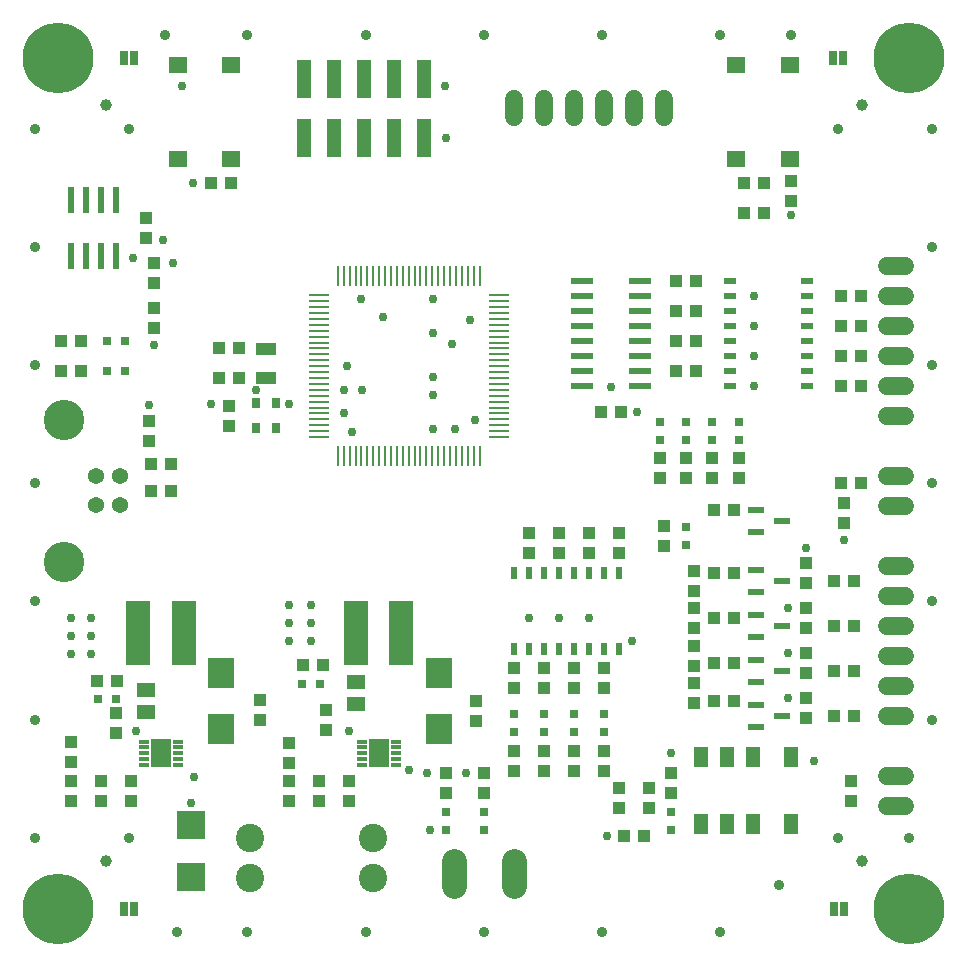
<source format=gts>
G75*
%MOIN*%
%OFA0B0*%
%FSLAX25Y25*%
%IPPOS*%
%LPD*%
%AMOC8*
5,1,8,0,0,1.08239X$1,22.5*
%
%ADD10C,0.03937*%
%ADD11R,0.06800X0.01100*%
%ADD12R,0.01100X0.06800*%
%ADD13R,0.02200X0.08600*%
%ADD14R,0.04331X0.03937*%
%ADD15R,0.03937X0.04331*%
%ADD16R,0.07087X0.03937*%
%ADD17R,0.02559X0.03543*%
%ADD18R,0.06299X0.05512*%
%ADD19R,0.03150X0.03150*%
%ADD20R,0.05000X0.12598*%
%ADD21C,0.06000*%
%ADD22C,0.08250*%
%ADD23C,0.09449*%
%ADD24R,0.09449X0.09449*%
%ADD25R,0.03200X0.01200*%
%ADD26R,0.06500X0.09400*%
%ADD27R,0.08661X0.09843*%
%ADD28R,0.08465X0.21654*%
%ADD29R,0.05906X0.05118*%
%ADD30R,0.04724X0.07087*%
%ADD31R,0.02500X0.05000*%
%ADD32C,0.23622*%
%ADD33R,0.05200X0.02200*%
%ADD34R,0.01969X0.03937*%
%ADD35R,0.03937X0.01969*%
%ADD36R,0.07800X0.02200*%
%ADD37C,0.05400*%
%ADD38C,0.13500*%
%ADD39C,0.03543*%
%ADD40C,0.02953*%
D10*
X0085796Y0073296D03*
X0337765Y0073296D03*
X0337765Y0325265D03*
X0085796Y0325265D03*
D11*
X0156780Y0261957D03*
X0156780Y0259989D03*
X0156780Y0258020D03*
X0156780Y0256052D03*
X0156780Y0254083D03*
X0156780Y0252115D03*
X0156780Y0250146D03*
X0156780Y0248178D03*
X0156780Y0246209D03*
X0156780Y0244241D03*
X0156780Y0242272D03*
X0156780Y0240304D03*
X0156780Y0238335D03*
X0156780Y0236367D03*
X0156780Y0234398D03*
X0156780Y0232430D03*
X0156780Y0230461D03*
X0156780Y0228493D03*
X0156780Y0226524D03*
X0156780Y0224556D03*
X0156780Y0222587D03*
X0156780Y0220619D03*
X0156780Y0218650D03*
X0156780Y0216682D03*
X0156780Y0214713D03*
X0216780Y0214713D03*
X0216780Y0216682D03*
X0216780Y0218650D03*
X0216780Y0220619D03*
X0216780Y0222587D03*
X0216780Y0224556D03*
X0216780Y0226524D03*
X0216780Y0228493D03*
X0216780Y0230461D03*
X0216780Y0232430D03*
X0216780Y0234398D03*
X0216780Y0236367D03*
X0216780Y0238335D03*
X0216780Y0240304D03*
X0216780Y0242272D03*
X0216780Y0244241D03*
X0216780Y0246209D03*
X0216780Y0248178D03*
X0216780Y0250146D03*
X0216780Y0252115D03*
X0216780Y0254083D03*
X0216780Y0256052D03*
X0216780Y0258020D03*
X0216780Y0259989D03*
X0216780Y0261957D03*
D12*
X0210402Y0268335D03*
X0208434Y0268335D03*
X0206465Y0268335D03*
X0204497Y0268335D03*
X0202528Y0268335D03*
X0200560Y0268335D03*
X0198591Y0268335D03*
X0196623Y0268335D03*
X0194654Y0268335D03*
X0192686Y0268335D03*
X0190717Y0268335D03*
X0188749Y0268335D03*
X0186780Y0268335D03*
X0184812Y0268335D03*
X0182843Y0268335D03*
X0180875Y0268335D03*
X0178906Y0268335D03*
X0176938Y0268335D03*
X0174969Y0268335D03*
X0173001Y0268335D03*
X0171032Y0268335D03*
X0169064Y0268335D03*
X0167095Y0268335D03*
X0165127Y0268335D03*
X0163158Y0268335D03*
X0163158Y0208335D03*
X0165127Y0208335D03*
X0167095Y0208335D03*
X0169064Y0208335D03*
X0171032Y0208335D03*
X0173001Y0208335D03*
X0174969Y0208335D03*
X0176938Y0208335D03*
X0178906Y0208335D03*
X0180875Y0208335D03*
X0182843Y0208335D03*
X0184812Y0208335D03*
X0186780Y0208335D03*
X0188749Y0208335D03*
X0190717Y0208335D03*
X0192686Y0208335D03*
X0194654Y0208335D03*
X0196623Y0208335D03*
X0198591Y0208335D03*
X0200560Y0208335D03*
X0202528Y0208335D03*
X0204497Y0208335D03*
X0206465Y0208335D03*
X0208434Y0208335D03*
X0210402Y0208335D03*
D13*
X0089300Y0275000D03*
X0084300Y0275000D03*
X0079300Y0275000D03*
X0074300Y0275000D03*
X0074300Y0293600D03*
X0079300Y0293600D03*
X0084300Y0293600D03*
X0089300Y0293600D03*
D14*
X0101800Y0272646D03*
X0101800Y0265954D03*
X0101800Y0257646D03*
X0101800Y0250954D03*
X0123454Y0244300D03*
X0130146Y0244300D03*
X0130146Y0234300D03*
X0123454Y0234300D03*
X0100300Y0220146D03*
X0100300Y0213454D03*
X0074300Y0113146D03*
X0074300Y0106454D03*
X0074300Y0100146D03*
X0074300Y0093454D03*
X0094300Y0093454D03*
X0094300Y0100146D03*
X0146800Y0100146D03*
X0146800Y0105954D03*
X0146800Y0112646D03*
X0146800Y0093454D03*
X0166800Y0093454D03*
X0166800Y0100146D03*
X0199300Y0102646D03*
X0199300Y0095954D03*
X0211800Y0095954D03*
X0211800Y0102646D03*
X0221800Y0103454D03*
X0221800Y0110146D03*
X0231800Y0110146D03*
X0231800Y0103454D03*
X0241800Y0103454D03*
X0241800Y0110146D03*
X0251800Y0110146D03*
X0251800Y0103454D03*
X0256800Y0097646D03*
X0256800Y0090954D03*
X0274300Y0095954D03*
X0274300Y0102646D03*
X0281800Y0125954D03*
X0281800Y0132646D03*
X0281800Y0138454D03*
X0281800Y0145146D03*
X0281800Y0150954D03*
X0281800Y0157646D03*
X0281800Y0163454D03*
X0281800Y0170146D03*
X0271800Y0178454D03*
X0271800Y0185146D03*
X0256800Y0182646D03*
X0256800Y0175954D03*
X0246800Y0175954D03*
X0246800Y0182646D03*
X0236800Y0182646D03*
X0236800Y0175954D03*
X0226800Y0175954D03*
X0226800Y0182646D03*
X0250954Y0223050D03*
X0257646Y0223050D03*
X0270550Y0207646D03*
X0270550Y0200954D03*
X0279300Y0200954D03*
X0279300Y0207646D03*
X0288050Y0207646D03*
X0288050Y0200954D03*
X0296800Y0200954D03*
X0296800Y0207646D03*
X0331800Y0192646D03*
X0331800Y0185954D03*
X0319300Y0172646D03*
X0319300Y0165954D03*
X0319300Y0157646D03*
X0319300Y0150954D03*
X0319300Y0142646D03*
X0319300Y0135954D03*
X0319300Y0127646D03*
X0319300Y0120954D03*
X0334300Y0100146D03*
X0334300Y0093454D03*
X0251800Y0130954D03*
X0251800Y0137646D03*
X0241800Y0137646D03*
X0241800Y0130954D03*
X0231800Y0130954D03*
X0231800Y0137646D03*
X0221800Y0137646D03*
X0221800Y0130954D03*
X0314300Y0293454D03*
X0314300Y0300146D03*
D15*
X0305146Y0299300D03*
X0298454Y0299300D03*
X0298454Y0289300D03*
X0305146Y0289300D03*
X0282646Y0266800D03*
X0275954Y0266800D03*
X0275954Y0256800D03*
X0282646Y0256800D03*
X0282646Y0246800D03*
X0275954Y0246800D03*
X0275954Y0236800D03*
X0282646Y0236800D03*
X0330954Y0231800D03*
X0337646Y0231800D03*
X0337646Y0241800D03*
X0330954Y0241800D03*
X0330954Y0251800D03*
X0337646Y0251800D03*
X0337646Y0261800D03*
X0330954Y0261800D03*
X0330954Y0199300D03*
X0337646Y0199300D03*
X0335146Y0166800D03*
X0328454Y0166800D03*
X0328454Y0151800D03*
X0335146Y0151800D03*
X0335146Y0136800D03*
X0328454Y0136800D03*
X0328454Y0121800D03*
X0335146Y0121800D03*
X0295146Y0126800D03*
X0288454Y0126800D03*
X0288454Y0139300D03*
X0295146Y0139300D03*
X0295146Y0154300D03*
X0288454Y0154300D03*
X0288454Y0169300D03*
X0295146Y0169300D03*
X0295146Y0190550D03*
X0288454Y0190550D03*
X0209300Y0126646D03*
X0209300Y0119954D03*
X0258454Y0081800D03*
X0265146Y0081800D03*
X0266800Y0090954D03*
X0266800Y0097646D03*
X0159300Y0116954D03*
X0159300Y0123646D03*
X0158146Y0138800D03*
X0151454Y0138800D03*
X0137300Y0127146D03*
X0137300Y0120454D03*
X0156800Y0100146D03*
X0156800Y0093454D03*
X0089300Y0115954D03*
X0089300Y0122646D03*
X0089646Y0133300D03*
X0082954Y0133300D03*
X0084300Y0100146D03*
X0084300Y0093454D03*
X0100954Y0196800D03*
X0107646Y0196800D03*
X0107646Y0205800D03*
X0100954Y0205800D03*
X0126800Y0218454D03*
X0126800Y0225146D03*
X0077646Y0236800D03*
X0070954Y0236800D03*
X0070954Y0246800D03*
X0077646Y0246800D03*
X0099300Y0280954D03*
X0099300Y0287646D03*
X0120954Y0299300D03*
X0127646Y0299300D03*
D16*
X0139300Y0244221D03*
X0139300Y0234379D03*
D17*
X0136052Y0225934D03*
X0142548Y0225934D03*
X0142548Y0217666D03*
X0136052Y0217666D03*
D18*
X0127528Y0307272D03*
X0109812Y0307272D03*
X0109812Y0338769D03*
X0127528Y0338769D03*
X0296032Y0338769D03*
X0313749Y0338769D03*
X0313749Y0307272D03*
X0296032Y0307272D03*
D19*
X0296800Y0219753D03*
X0296800Y0213847D03*
X0288050Y0213847D03*
X0288050Y0219753D03*
X0279300Y0219753D03*
X0279300Y0213847D03*
X0270550Y0213847D03*
X0270550Y0219753D03*
X0279300Y0184753D03*
X0279300Y0178847D03*
X0251800Y0122253D03*
X0251800Y0116347D03*
X0241800Y0116347D03*
X0241800Y0122253D03*
X0231800Y0122253D03*
X0231800Y0116347D03*
X0221800Y0116347D03*
X0221800Y0122253D03*
X0211800Y0089753D03*
X0211800Y0083847D03*
X0199300Y0083847D03*
X0199300Y0089753D03*
X0157253Y0132300D03*
X0151347Y0132300D03*
X0089253Y0127300D03*
X0083347Y0127300D03*
X0086347Y0236800D03*
X0092253Y0236800D03*
X0092253Y0246800D03*
X0086347Y0246800D03*
X0274300Y0089753D03*
X0274300Y0083847D03*
D20*
X0191800Y0314457D03*
X0181800Y0314457D03*
X0171800Y0314457D03*
X0161800Y0314457D03*
X0151800Y0314457D03*
X0151800Y0334143D03*
X0161800Y0334143D03*
X0171800Y0334143D03*
X0181800Y0334143D03*
X0191800Y0334143D03*
D21*
X0221800Y0327300D02*
X0221800Y0321300D01*
X0231800Y0321300D02*
X0231800Y0327300D01*
X0241800Y0327300D02*
X0241800Y0321300D01*
X0251800Y0321300D02*
X0251800Y0327300D01*
X0261800Y0327300D02*
X0261800Y0321300D01*
X0271800Y0321300D02*
X0271800Y0327300D01*
X0346300Y0271800D02*
X0352300Y0271800D01*
X0352300Y0261800D02*
X0346300Y0261800D01*
X0346300Y0251800D02*
X0352300Y0251800D01*
X0352300Y0241800D02*
X0346300Y0241800D01*
X0346300Y0231800D02*
X0352300Y0231800D01*
X0352300Y0221800D02*
X0346300Y0221800D01*
X0346300Y0201800D02*
X0352300Y0201800D01*
X0352300Y0191800D02*
X0346300Y0191800D01*
X0346300Y0171800D02*
X0352300Y0171800D01*
X0352300Y0161800D02*
X0346300Y0161800D01*
X0346300Y0151800D02*
X0352300Y0151800D01*
X0352300Y0141800D02*
X0346300Y0141800D01*
X0346300Y0131800D02*
X0352300Y0131800D01*
X0352300Y0121800D02*
X0346300Y0121800D01*
X0346300Y0101800D02*
X0352300Y0101800D01*
X0352300Y0091800D02*
X0346300Y0091800D01*
D22*
X0221780Y0073425D02*
X0221780Y0065175D01*
X0201780Y0065175D02*
X0201780Y0073425D01*
D23*
X0174800Y0067600D03*
X0174800Y0081000D03*
X0133800Y0081000D03*
X0133800Y0067600D03*
D24*
X0114300Y0068139D03*
X0114300Y0085461D03*
D25*
X0110000Y0105400D03*
X0110000Y0107300D03*
X0110000Y0109300D03*
X0110000Y0111300D03*
X0110000Y0113200D03*
X0098600Y0113200D03*
X0098600Y0111300D03*
X0098600Y0109300D03*
X0098600Y0107300D03*
X0098600Y0105400D03*
X0171100Y0105400D03*
X0171100Y0107300D03*
X0171100Y0109300D03*
X0171100Y0111300D03*
X0171100Y0113200D03*
X0182500Y0113200D03*
X0182500Y0111300D03*
X0182500Y0109300D03*
X0182500Y0107300D03*
X0182500Y0105400D03*
D26*
X0176800Y0109300D03*
X0104300Y0109300D03*
D27*
X0124300Y0117548D03*
X0124300Y0136052D03*
X0196800Y0136052D03*
X0196800Y0117548D03*
D28*
X0184379Y0149300D03*
X0169221Y0149300D03*
X0111879Y0149300D03*
X0096721Y0149300D03*
D29*
X0099300Y0130540D03*
X0099300Y0123060D03*
X0169300Y0125560D03*
X0169300Y0133040D03*
D30*
X0284339Y0108020D03*
X0293001Y0108020D03*
X0301662Y0108020D03*
X0314261Y0108020D03*
X0314261Y0085580D03*
X0301662Y0085580D03*
X0293001Y0085580D03*
X0284339Y0085580D03*
D31*
X0328588Y0057552D03*
X0331831Y0057552D03*
X0095292Y0057548D03*
X0092048Y0057548D03*
X0092048Y0341013D03*
X0095292Y0341013D03*
X0328269Y0341013D03*
X0331512Y0341013D03*
D32*
X0070048Y0057548D03*
X0353513Y0057548D03*
X0353513Y0341013D03*
X0070048Y0341013D03*
D33*
X0302500Y0190500D03*
X0302500Y0183100D03*
X0311100Y0186800D03*
X0302500Y0170500D03*
X0302500Y0163100D03*
X0302500Y0155500D03*
X0302500Y0148100D03*
X0302500Y0140500D03*
X0302500Y0133100D03*
X0302500Y0125500D03*
X0302500Y0118100D03*
X0311100Y0121800D03*
X0311100Y0136800D03*
X0311100Y0151800D03*
X0311100Y0166800D03*
D34*
X0256800Y0169556D03*
X0251800Y0169556D03*
X0246800Y0169556D03*
X0241800Y0169556D03*
X0236800Y0169556D03*
X0231800Y0169556D03*
X0226800Y0169556D03*
X0221800Y0169556D03*
X0221800Y0144044D03*
X0226800Y0144044D03*
X0231800Y0144044D03*
X0236800Y0144044D03*
X0241800Y0144044D03*
X0246800Y0144044D03*
X0251800Y0144044D03*
X0256800Y0144044D03*
D35*
X0294044Y0231800D03*
X0294044Y0236800D03*
X0294044Y0241800D03*
X0294044Y0246800D03*
X0294044Y0251800D03*
X0294044Y0256800D03*
X0294044Y0261800D03*
X0294044Y0266800D03*
X0319556Y0266800D03*
X0319556Y0261800D03*
X0319556Y0256800D03*
X0319556Y0251800D03*
X0319556Y0246800D03*
X0319556Y0241800D03*
X0319556Y0236800D03*
X0319556Y0231800D03*
D36*
X0264000Y0231800D03*
X0264000Y0236800D03*
X0264000Y0241800D03*
X0264000Y0246800D03*
X0264000Y0251800D03*
X0264000Y0256800D03*
X0264000Y0261800D03*
X0264000Y0266800D03*
X0244600Y0266800D03*
X0244600Y0261800D03*
X0244600Y0256800D03*
X0244600Y0251800D03*
X0244600Y0246800D03*
X0244600Y0241800D03*
X0244600Y0236800D03*
X0244600Y0231800D03*
D37*
X0090400Y0201700D03*
X0082500Y0201700D03*
X0082500Y0191900D03*
X0090400Y0191900D03*
D38*
X0071800Y0173100D03*
X0071800Y0220500D03*
D39*
X0062174Y0238650D03*
X0062174Y0199280D03*
X0062174Y0159910D03*
X0062174Y0120540D03*
X0062174Y0081170D03*
X0093670Y0081170D03*
X0104300Y0109300D03*
X0109418Y0049674D03*
X0133040Y0049674D03*
X0172410Y0049674D03*
X0211780Y0049674D03*
X0251150Y0049674D03*
X0290520Y0049674D03*
X0310206Y0065422D03*
X0329891Y0081170D03*
X0353513Y0081170D03*
X0361387Y0120540D03*
X0361387Y0159910D03*
X0361387Y0199280D03*
X0361387Y0238650D03*
X0361387Y0278020D03*
X0361387Y0317391D03*
X0329891Y0317391D03*
X0314143Y0348887D03*
X0290520Y0348887D03*
X0251150Y0348887D03*
X0211780Y0348887D03*
X0172410Y0348887D03*
X0133040Y0348887D03*
X0105481Y0348887D03*
X0093670Y0317391D03*
X0062174Y0317391D03*
X0062174Y0278020D03*
X0176800Y0109300D03*
D40*
X0166800Y0116800D03*
X0186800Y0103800D03*
X0192800Y0102800D03*
X0205800Y0102800D03*
X0193800Y0083800D03*
X0252800Y0081800D03*
X0274300Y0109300D03*
X0261300Y0146800D03*
X0246800Y0154300D03*
X0236800Y0154300D03*
X0226800Y0154300D03*
X0202300Y0217300D03*
X0208800Y0220300D03*
X0194800Y0217300D03*
X0194800Y0228800D03*
X0194800Y0234800D03*
X0201300Y0245800D03*
X0194800Y0249300D03*
X0194800Y0260800D03*
X0207300Y0253800D03*
X0178300Y0254800D03*
X0170800Y0260800D03*
X0166300Y0238300D03*
X0165300Y0230300D03*
X0171300Y0230300D03*
X0165300Y0222800D03*
X0167800Y0216300D03*
X0146800Y0225800D03*
X0135800Y0230300D03*
X0120800Y0225800D03*
X0100300Y0225300D03*
X0101800Y0245300D03*
X0108300Y0272800D03*
X0104800Y0280300D03*
X0094800Y0274300D03*
X0114800Y0299300D03*
X0111300Y0331800D03*
X0198800Y0331800D03*
X0199300Y0314300D03*
X0254300Y0231550D03*
X0262800Y0223050D03*
X0301800Y0231800D03*
X0301800Y0241800D03*
X0301800Y0251800D03*
X0301800Y0261800D03*
X0314300Y0288800D03*
X0331800Y0180300D03*
X0319300Y0177800D03*
X0313300Y0157800D03*
X0313300Y0142800D03*
X0313300Y0127800D03*
X0321800Y0106800D03*
X0154300Y0146800D03*
X0154300Y0152800D03*
X0154300Y0158800D03*
X0146800Y0158800D03*
X0146800Y0152800D03*
X0146800Y0146800D03*
X0115300Y0101300D03*
X0114300Y0092800D03*
X0095800Y0116800D03*
X0080800Y0142300D03*
X0074300Y0142300D03*
X0074300Y0148300D03*
X0074300Y0154300D03*
X0080800Y0154300D03*
X0080800Y0148300D03*
M02*

</source>
